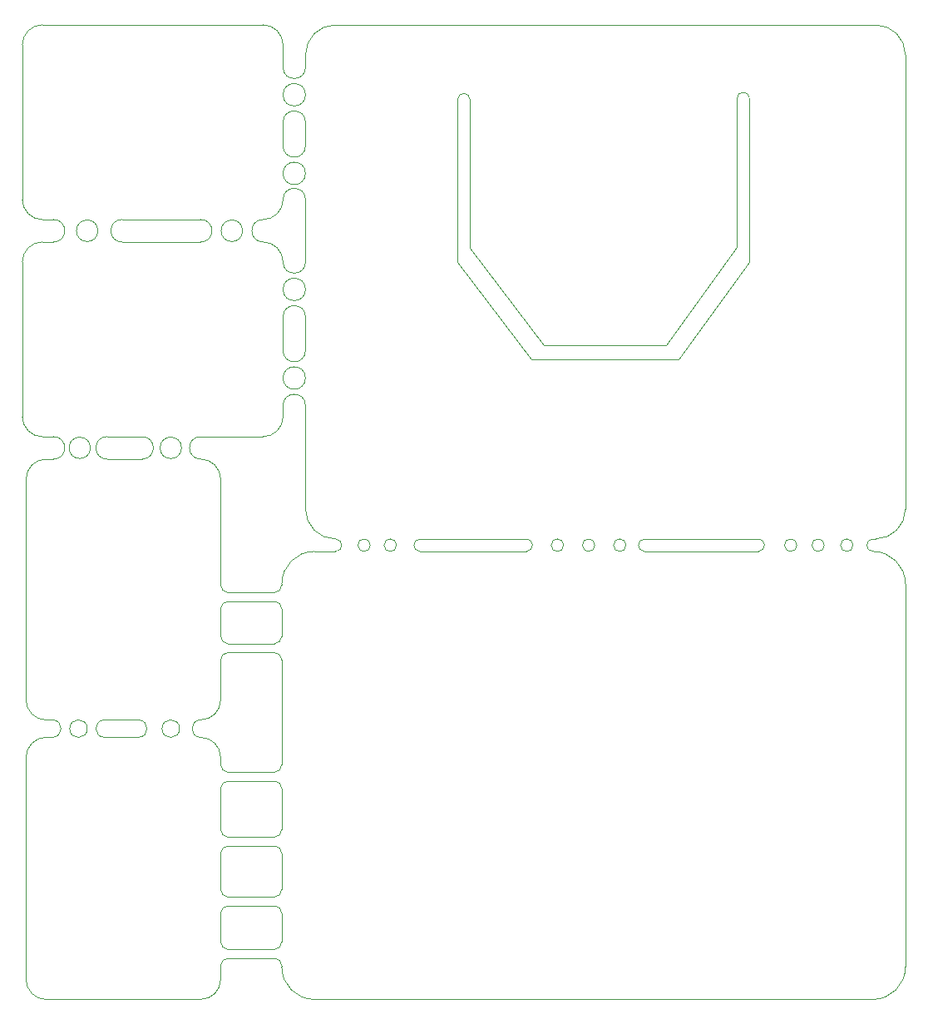
<source format=gbr>
%TF.GenerationSoftware,KiCad,Pcbnew,(5.1.7)-1*%
%TF.CreationDate,2021-02-24T10:57:44+01:00*%
%TF.ProjectId,Temperature-controller-with-ESP8266,54656d70-6572-4617-9475-72652d636f6e,rev?*%
%TF.SameCoordinates,Original*%
%TF.FileFunction,Profile,NP*%
%FSLAX46Y46*%
G04 Gerber Fmt 4.6, Leading zero omitted, Abs format (unit mm)*
G04 Created by KiCad (PCBNEW (5.1.7)-1) date 2021-02-24 10:57:44*
%MOMM*%
%LPD*%
G01*
G04 APERTURE LIST*
%TA.AperFunction,Profile*%
%ADD10C,0.050000*%
%TD*%
G04 APERTURE END LIST*
D10*
X113538000Y-110490000D02*
X113538000Y-106426000D01*
X113538000Y-101219000D02*
X113538000Y-104013000D01*
X119761001Y-98678999D02*
X119761000Y-98806000D01*
X119761000Y-104013000D02*
X119761000Y-101219000D01*
X119761000Y-117094000D02*
X119761000Y-106426000D01*
X119761000Y-123698000D02*
X119761000Y-119507000D01*
X119761000Y-129794000D02*
X119761000Y-126111000D01*
X119761000Y-135128000D02*
X119761000Y-132207000D01*
X113538000Y-117094000D02*
X113538000Y-116332000D01*
X113538000Y-123698000D02*
X113538000Y-119507000D01*
X113538000Y-129794000D02*
X113538000Y-126111000D01*
X113538000Y-138938000D02*
X113538000Y-137541000D01*
X118999000Y-99568000D02*
X114300000Y-99568000D01*
X114300000Y-99568000D02*
G75*
G02*
X113538000Y-98806000I0J762000D01*
G01*
X118999000Y-100457000D02*
G75*
G02*
X119761000Y-101219000I0J-762000D01*
G01*
X113538000Y-101219000D02*
G75*
G02*
X114300000Y-100457000I762000J0D01*
G01*
X119761000Y-98806000D02*
G75*
G02*
X118999000Y-99568000I-762000J0D01*
G01*
X114300000Y-100457000D02*
X118999000Y-100457000D01*
X118999000Y-104775000D02*
X114300000Y-104775000D01*
X114300000Y-104775000D02*
G75*
G02*
X113538000Y-104013000I0J762000D01*
G01*
X118999000Y-105664000D02*
G75*
G02*
X119761000Y-106426000I0J-762000D01*
G01*
X113538000Y-106426000D02*
G75*
G02*
X114300000Y-105664000I762000J0D01*
G01*
X119761000Y-104013000D02*
G75*
G02*
X118999000Y-104775000I-762000J0D01*
G01*
X114300000Y-105664000D02*
X118999000Y-105664000D01*
X118999000Y-117856000D02*
X114300000Y-117856000D01*
X114300000Y-117856000D02*
G75*
G02*
X113538000Y-117094000I0J762000D01*
G01*
X118999000Y-118745000D02*
G75*
G02*
X119761000Y-119507000I0J-762000D01*
G01*
X113538000Y-119507000D02*
G75*
G02*
X114300000Y-118745000I762000J0D01*
G01*
X119761000Y-117094000D02*
G75*
G02*
X118999000Y-117856000I-762000J0D01*
G01*
X114300000Y-118745000D02*
X118999000Y-118745000D01*
X118999000Y-124460000D02*
X114300000Y-124460000D01*
X114300000Y-124460000D02*
G75*
G02*
X113538000Y-123698000I0J762000D01*
G01*
X118999000Y-125349000D02*
G75*
G02*
X119761000Y-126111000I0J-762000D01*
G01*
X113538000Y-126111000D02*
G75*
G02*
X114300000Y-125349000I762000J0D01*
G01*
X119761000Y-123698000D02*
G75*
G02*
X118999000Y-124460000I-762000J0D01*
G01*
X114300000Y-125349000D02*
X118999000Y-125349000D01*
X118999000Y-130556000D02*
X114300000Y-130556000D01*
X114300000Y-130556000D02*
G75*
G02*
X113538000Y-129794000I0J762000D01*
G01*
X118999000Y-131445000D02*
G75*
G02*
X119761000Y-132207000I0J-762000D01*
G01*
X113538000Y-132207000D02*
G75*
G02*
X114300000Y-131445000I762000J0D01*
G01*
X119761000Y-129794000D02*
G75*
G02*
X118999000Y-130556000I-762000J0D01*
G01*
X114300000Y-131445000D02*
X118999000Y-131445000D01*
X114300000Y-136779000D02*
X118999000Y-136779000D01*
X118999000Y-135890000D02*
X114300000Y-135890000D01*
X118999000Y-136779000D02*
G75*
G02*
X119761000Y-137541000I0J-762000D01*
G01*
X119761000Y-135128000D02*
G75*
G02*
X118999000Y-135890000I-762000J0D01*
G01*
X113538000Y-137541000D02*
G75*
G02*
X114300000Y-136779000I762000J0D01*
G01*
X114300000Y-135890000D02*
G75*
G02*
X113538000Y-135128000I0J762000D01*
G01*
X99958026Y-113411000D02*
G75*
G03*
X99958026Y-113411000I-898026J0D01*
G01*
X109356026Y-113411000D02*
G75*
G03*
X109356026Y-113411000I-898026J0D01*
G01*
X101041495Y-62738000D02*
G75*
G03*
X101041495Y-62738000I-1092495J0D01*
G01*
X115773495Y-62738000D02*
G75*
G03*
X115773495Y-62738000I-1092495J0D01*
G01*
X122174000Y-48895000D02*
G75*
G03*
X122174000Y-48895000I-1143000J0D01*
G01*
X122174000Y-56896000D02*
G75*
G03*
X122174000Y-56896000I-1143000J0D01*
G01*
X122174000Y-68707000D02*
G75*
G03*
X122174000Y-68707000I-1143000J0D01*
G01*
X122174000Y-77724000D02*
G75*
G03*
X122174000Y-77724000I-1143000J0D01*
G01*
X100272088Y-84836000D02*
G75*
G03*
X100272088Y-84836000I-1085088J0D01*
G01*
X109550495Y-84836000D02*
G75*
G03*
X109550495Y-84836000I-1092495J0D01*
G01*
X119888000Y-46101000D02*
X119888000Y-43815000D01*
X122174000Y-54102000D02*
X122174000Y-51689000D01*
X122174000Y-65913000D02*
X122174000Y-59563000D01*
X122174000Y-91059000D02*
X122174000Y-80518000D01*
X119888000Y-74930000D02*
X119888000Y-71501000D01*
X119888000Y-51689000D02*
G75*
G02*
X122174000Y-51689000I1143000J0D01*
G01*
X122174000Y-54102000D02*
G75*
G02*
X119888000Y-54102000I-1143000J0D01*
G01*
X119888000Y-71501000D02*
G75*
G02*
X122174000Y-71501000I1143000J0D01*
G01*
X122174000Y-74930000D02*
G75*
G02*
X119888000Y-74930000I-1143000J0D01*
G01*
X119888000Y-80518000D02*
G75*
G02*
X122174000Y-80518000I1143000J0D01*
G01*
X122174000Y-65913000D02*
G75*
G02*
X119888000Y-65913000I-1143000J0D01*
G01*
X119888000Y-59563000D02*
G75*
G02*
X122174000Y-59563000I1143000J0D01*
G01*
X95758000Y-85979000D02*
X96520000Y-85979000D01*
X95377000Y-83693000D02*
X96520000Y-83693000D01*
X101981000Y-83693000D02*
X105537000Y-83693000D01*
X101981000Y-85979000D02*
G75*
G02*
X101981000Y-83693000I0J1143000D01*
G01*
X105537000Y-83693000D02*
G75*
G02*
X105537000Y-85979000I0J-1143000D01*
G01*
X111506000Y-85979000D02*
G75*
G02*
X111506000Y-83693000I0J1143000D01*
G01*
X95377000Y-63881000D02*
X96520000Y-63881000D01*
X95377000Y-61595000D02*
X96520000Y-61595000D01*
X103505000Y-63881000D02*
G75*
G02*
X103505000Y-61595000I0J1143000D01*
G01*
X111506000Y-61595000D02*
G75*
G02*
X111506000Y-63881000I0J-1143000D01*
G01*
X117856000Y-63881000D02*
G75*
G02*
X117856000Y-61595000I0J1143000D01*
G01*
X96393000Y-114300000D02*
X95758000Y-114300000D01*
X96393000Y-112522000D02*
X95758000Y-112522000D01*
X105156000Y-112522000D02*
G75*
G02*
X105156000Y-114300000I0J-889000D01*
G01*
X101727000Y-114300000D02*
G75*
G02*
X101727000Y-112522000I0J889000D01*
G01*
X111506000Y-114300000D02*
G75*
G02*
X111506000Y-112522000I0J889000D01*
G01*
X96393000Y-112522000D02*
G75*
G02*
X96393000Y-114300000I0J-889000D01*
G01*
X96520000Y-83693000D02*
G75*
G02*
X96520000Y-85979000I0J-1143000D01*
G01*
X96520000Y-61595000D02*
G75*
G02*
X96520000Y-63881000I0J-1143000D01*
G01*
X122174000Y-46101000D02*
G75*
G02*
X119888000Y-46101000I-1143000J0D01*
G01*
X93726000Y-116332000D02*
X93726000Y-138938000D01*
X113538000Y-135128000D02*
X113538000Y-132207000D01*
X95758000Y-114300000D02*
G75*
G03*
X93726000Y-116332000I0J-2032000D01*
G01*
X111506000Y-140970000D02*
G75*
G03*
X113538000Y-138938000I0J2032000D01*
G01*
X105156000Y-114300000D02*
X101727000Y-114300000D01*
X93726000Y-138938000D02*
G75*
G03*
X95758000Y-140970000I2032000J0D01*
G01*
X95758000Y-140970000D02*
X111506000Y-140970000D01*
X113538000Y-116332000D02*
G75*
G03*
X111506000Y-114300000I-2032000J0D01*
G01*
X93726000Y-88011000D02*
X93726000Y-110490000D01*
X113538000Y-98806000D02*
X113538000Y-88011000D01*
X95758000Y-85979000D02*
G75*
G03*
X93726000Y-88011000I0J-2032000D01*
G01*
X111506000Y-112522000D02*
G75*
G03*
X113538000Y-110490000I0J2032000D01*
G01*
X101981000Y-85979000D02*
X105537000Y-85979000D01*
X93726000Y-110490000D02*
G75*
G03*
X95758000Y-112522000I2032000J0D01*
G01*
X105156000Y-112522000D02*
X101727000Y-112522000D01*
X113538000Y-88011000D02*
G75*
G03*
X111506000Y-85979000I-2032000J0D01*
G01*
X111506000Y-63881000D02*
X103505000Y-63881000D01*
X111506000Y-83693000D02*
X117856000Y-83693000D01*
X119888000Y-65913000D02*
G75*
G03*
X117856000Y-63881000I-2032000J0D01*
G01*
X93345000Y-81661000D02*
G75*
G03*
X95377000Y-83693000I2032000J0D01*
G01*
X119888000Y-80518000D02*
X119888000Y-81661000D01*
X95377000Y-63881000D02*
G75*
G03*
X93345000Y-65913000I0J-2032000D01*
G01*
X93345000Y-65913000D02*
X93345000Y-81661000D01*
X117856000Y-83693000D02*
G75*
G03*
X119888000Y-81661000I0J2032000D01*
G01*
X103505000Y-61595000D02*
X111506000Y-61595000D01*
X93345000Y-43815000D02*
X93345000Y-59563000D01*
X93345000Y-59563000D02*
G75*
G03*
X95377000Y-61595000I2032000J0D01*
G01*
X95377000Y-41783000D02*
G75*
G03*
X93345000Y-43815000I0J-2032000D01*
G01*
X117856000Y-41783000D02*
X95377000Y-41783000D01*
X119888000Y-51689000D02*
X119888000Y-54102000D01*
X117856000Y-61595000D02*
G75*
G03*
X119888000Y-59563000I0J2032000D01*
G01*
X119888000Y-43815000D02*
G75*
G03*
X117856000Y-41783000I-2032000J0D01*
G01*
X177927000Y-94742000D02*
G75*
G03*
X177927000Y-94742000I-635000J0D01*
G01*
X175006000Y-94742000D02*
G75*
G03*
X175006000Y-94742000I-635000J0D01*
G01*
X172212000Y-94742000D02*
G75*
G03*
X172212000Y-94742000I-635000J0D01*
G01*
X154813000Y-94742000D02*
G75*
G03*
X154813000Y-94742000I-635000J0D01*
G01*
X151638000Y-94742000D02*
G75*
G03*
X151638000Y-94742000I-635000J0D01*
G01*
X148463000Y-94742000D02*
G75*
G03*
X148463000Y-94742000I-635000J0D01*
G01*
X128778000Y-94742000D02*
G75*
G03*
X128778000Y-94742000I-635000J0D01*
G01*
X131445000Y-94742000D02*
G75*
G03*
X131445000Y-94742000I-635000J0D01*
G01*
X137668000Y-65913000D02*
X145161000Y-75819000D01*
X160147000Y-75819000D02*
X167386000Y-65913000D01*
X138938000Y-64516000D02*
X146431000Y-74422000D01*
X158877000Y-74422000D02*
X166116000Y-64389000D01*
X137668000Y-49403000D02*
G75*
G02*
X138938000Y-49403000I635000J0D01*
G01*
X138938000Y-64516000D02*
X138938000Y-49403000D01*
X137668000Y-65913000D02*
X137668000Y-49403000D01*
X166116000Y-49276000D02*
G75*
G02*
X167386000Y-49276000I635000J0D01*
G01*
X167386000Y-65913000D02*
X167386000Y-49276000D01*
X166116000Y-64389000D02*
X166116000Y-49276000D01*
X145161000Y-75819000D02*
X160147000Y-75819000D01*
X146431000Y-74422000D02*
X158877000Y-74422000D01*
X179959000Y-94107000D02*
X180213000Y-94107000D01*
X123063000Y-95377000D02*
X125222000Y-95377000D01*
X133858000Y-95377000D02*
X144653000Y-95377000D01*
X133858000Y-94107000D02*
X144653000Y-94107000D01*
X156718000Y-94107000D02*
X168275000Y-94107000D01*
X156718000Y-95377000D02*
X168275000Y-95377000D01*
X168275000Y-94107000D02*
G75*
G02*
X168275000Y-95377000I0J-635000D01*
G01*
X156718000Y-95377000D02*
G75*
G02*
X156718000Y-94107000I0J635000D01*
G01*
X144653000Y-94107000D02*
G75*
G02*
X144653000Y-95377000I0J-635000D01*
G01*
X133858000Y-95377000D02*
G75*
G02*
X133858000Y-94107000I0J635000D01*
G01*
X179959000Y-95377000D02*
G75*
G02*
X179959000Y-94107000I0J635000D01*
G01*
X125222000Y-94107000D02*
G75*
G02*
X125222000Y-95377000I0J-635000D01*
G01*
X123063000Y-95377000D02*
G75*
G03*
X119761001Y-98678999I0J-3301999D01*
G01*
X119761000Y-137541000D02*
X119761001Y-137668001D01*
X180213000Y-41783000D02*
G75*
G02*
X183261000Y-44831000I0J-3048000D01*
G01*
X122174000Y-44831000D02*
G75*
G02*
X125222000Y-41783000I3048000J0D01*
G01*
X180213000Y-41783000D02*
X125222000Y-41783000D01*
X183260999Y-98679000D02*
X183260999Y-137668000D01*
X179959000Y-140969999D02*
G75*
G03*
X183260999Y-137668000I0J3301999D01*
G01*
X119761001Y-137668001D02*
G75*
G03*
X123063000Y-140970000I3301999J0D01*
G01*
X183260999Y-98679000D02*
G75*
G03*
X179959000Y-95377001I-3301999J0D01*
G01*
X125222000Y-94107000D02*
G75*
G02*
X122174000Y-91059000I0J3048000D01*
G01*
X122174000Y-44831000D02*
X122174000Y-46101000D01*
X122174000Y-74930000D02*
X122174000Y-71501000D01*
X183261000Y-91059000D02*
X183261000Y-44831000D01*
X183261000Y-91059000D02*
G75*
G02*
X180213000Y-94107000I-3048000J0D01*
G01*
X123063000Y-140970000D02*
X179959000Y-140969999D01*
M02*

</source>
